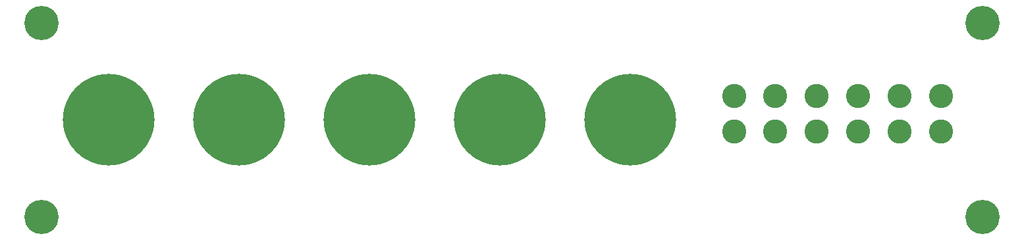
<source format=gbr>
G04 EAGLE Gerber RS-274X export*
G75*
%MOMM*%
%FSLAX34Y34*%
%LPD*%
%INSoldermask Top*%
%IPPOS*%
%AMOC8*
5,1,8,0,0,1.08239X$1,22.5*%
G01*
%ADD10C,11.801600*%
%ADD11C,3.101600*%
%ADD12C,4.417600*%


D10*
X145560Y181800D03*
X816000Y181800D03*
X313080Y181800D03*
X480720Y181800D03*
X648360Y181800D03*
D11*
X1215980Y166900D03*
X1215980Y212600D03*
X1162640Y212600D03*
X1162640Y166900D03*
X1109300Y212600D03*
X1109300Y166900D03*
X1056000Y212600D03*
X1056000Y166900D03*
X1002700Y212600D03*
X1002700Y166900D03*
X949400Y212600D03*
X949400Y166900D03*
D12*
X59210Y306600D03*
X59210Y56700D03*
X1269210Y56700D03*
X1269210Y306600D03*
M02*

</source>
